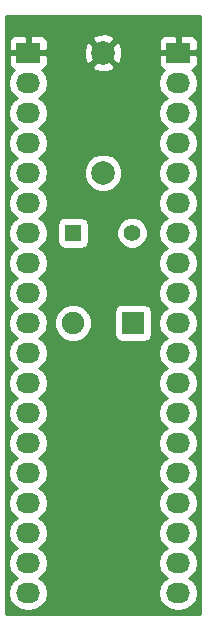
<source format=gbr>
G04 #@! TF.FileFunction,Copper,L2,Bot,Signal*
%FSLAX46Y46*%
G04 Gerber Fmt 4.6, Leading zero omitted, Abs format (unit mm)*
G04 Created by KiCad (PCBNEW 4.0.3+e1-6302~38~ubuntu16.04.1-stable) date Thu Aug 25 17:12:51 2016*
%MOMM*%
%LPD*%
G01*
G04 APERTURE LIST*
%ADD10C,0.100000*%
%ADD11C,1.998980*%
%ADD12R,1.400000X1.400000*%
%ADD13C,1.400000*%
%ADD14R,1.905000X1.905000*%
%ADD15C,1.905000*%
%ADD16R,2.032000X1.727200*%
%ADD17O,2.032000X1.727200*%
%ADD18C,0.254000*%
G04 APERTURE END LIST*
D10*
D11*
X92710000Y-73660000D03*
X92710000Y-63500000D03*
D12*
X90170000Y-78740000D03*
D13*
X95170000Y-78740000D03*
D14*
X95250000Y-86360000D03*
D15*
X90170000Y-86360000D03*
D16*
X99060000Y-63500000D03*
D17*
X99060000Y-66040000D03*
X99060000Y-68580000D03*
X99060000Y-71120000D03*
X99060000Y-73660000D03*
X99060000Y-76200000D03*
X99060000Y-78740000D03*
X99060000Y-81280000D03*
X99060000Y-83820000D03*
X99060000Y-86360000D03*
X99060000Y-88900000D03*
X99060000Y-91440000D03*
X99060000Y-93980000D03*
X99060000Y-96520000D03*
X99060000Y-99060000D03*
X99060000Y-101600000D03*
X99060000Y-104140000D03*
X99060000Y-106680000D03*
X99060000Y-109220000D03*
D16*
X86360000Y-63500000D03*
D17*
X86360000Y-66040000D03*
X86360000Y-68580000D03*
X86360000Y-71120000D03*
X86360000Y-73660000D03*
X86360000Y-76200000D03*
X86360000Y-78740000D03*
X86360000Y-81280000D03*
X86360000Y-83820000D03*
X86360000Y-86360000D03*
X86360000Y-88900000D03*
X86360000Y-91440000D03*
X86360000Y-93980000D03*
X86360000Y-96520000D03*
X86360000Y-99060000D03*
X86360000Y-101600000D03*
X86360000Y-104140000D03*
X86360000Y-106680000D03*
X86360000Y-109220000D03*
D18*
G36*
X100890000Y-111050000D02*
X84530000Y-111050000D01*
X84530000Y-66040000D01*
X84676655Y-66040000D01*
X84790729Y-66613489D01*
X85115585Y-67099670D01*
X85430366Y-67310000D01*
X85115585Y-67520330D01*
X84790729Y-68006511D01*
X84676655Y-68580000D01*
X84790729Y-69153489D01*
X85115585Y-69639670D01*
X85430366Y-69850000D01*
X85115585Y-70060330D01*
X84790729Y-70546511D01*
X84676655Y-71120000D01*
X84790729Y-71693489D01*
X85115585Y-72179670D01*
X85430366Y-72390000D01*
X85115585Y-72600330D01*
X84790729Y-73086511D01*
X84676655Y-73660000D01*
X84790729Y-74233489D01*
X85115585Y-74719670D01*
X85430366Y-74930000D01*
X85115585Y-75140330D01*
X84790729Y-75626511D01*
X84676655Y-76200000D01*
X84790729Y-76773489D01*
X85115585Y-77259670D01*
X85430366Y-77470000D01*
X85115585Y-77680330D01*
X84790729Y-78166511D01*
X84676655Y-78740000D01*
X84790729Y-79313489D01*
X85115585Y-79799670D01*
X85430366Y-80010000D01*
X85115585Y-80220330D01*
X84790729Y-80706511D01*
X84676655Y-81280000D01*
X84790729Y-81853489D01*
X85115585Y-82339670D01*
X85430366Y-82550000D01*
X85115585Y-82760330D01*
X84790729Y-83246511D01*
X84676655Y-83820000D01*
X84790729Y-84393489D01*
X85115585Y-84879670D01*
X85430366Y-85090000D01*
X85115585Y-85300330D01*
X84790729Y-85786511D01*
X84676655Y-86360000D01*
X84790729Y-86933489D01*
X85115585Y-87419670D01*
X85430366Y-87630000D01*
X85115585Y-87840330D01*
X84790729Y-88326511D01*
X84676655Y-88900000D01*
X84790729Y-89473489D01*
X85115585Y-89959670D01*
X85430366Y-90170000D01*
X85115585Y-90380330D01*
X84790729Y-90866511D01*
X84676655Y-91440000D01*
X84790729Y-92013489D01*
X85115585Y-92499670D01*
X85430366Y-92710000D01*
X85115585Y-92920330D01*
X84790729Y-93406511D01*
X84676655Y-93980000D01*
X84790729Y-94553489D01*
X85115585Y-95039670D01*
X85430366Y-95250000D01*
X85115585Y-95460330D01*
X84790729Y-95946511D01*
X84676655Y-96520000D01*
X84790729Y-97093489D01*
X85115585Y-97579670D01*
X85430366Y-97790000D01*
X85115585Y-98000330D01*
X84790729Y-98486511D01*
X84676655Y-99060000D01*
X84790729Y-99633489D01*
X85115585Y-100119670D01*
X85430366Y-100330000D01*
X85115585Y-100540330D01*
X84790729Y-101026511D01*
X84676655Y-101600000D01*
X84790729Y-102173489D01*
X85115585Y-102659670D01*
X85430366Y-102870000D01*
X85115585Y-103080330D01*
X84790729Y-103566511D01*
X84676655Y-104140000D01*
X84790729Y-104713489D01*
X85115585Y-105199670D01*
X85430366Y-105410000D01*
X85115585Y-105620330D01*
X84790729Y-106106511D01*
X84676655Y-106680000D01*
X84790729Y-107253489D01*
X85115585Y-107739670D01*
X85430366Y-107950000D01*
X85115585Y-108160330D01*
X84790729Y-108646511D01*
X84676655Y-109220000D01*
X84790729Y-109793489D01*
X85115585Y-110279670D01*
X85601766Y-110604526D01*
X86175255Y-110718600D01*
X86544745Y-110718600D01*
X87118234Y-110604526D01*
X87604415Y-110279670D01*
X87929271Y-109793489D01*
X88043345Y-109220000D01*
X87929271Y-108646511D01*
X87604415Y-108160330D01*
X87289634Y-107950000D01*
X87604415Y-107739670D01*
X87929271Y-107253489D01*
X88043345Y-106680000D01*
X87929271Y-106106511D01*
X87604415Y-105620330D01*
X87289634Y-105410000D01*
X87604415Y-105199670D01*
X87929271Y-104713489D01*
X88043345Y-104140000D01*
X87929271Y-103566511D01*
X87604415Y-103080330D01*
X87289634Y-102870000D01*
X87604415Y-102659670D01*
X87929271Y-102173489D01*
X88043345Y-101600000D01*
X87929271Y-101026511D01*
X87604415Y-100540330D01*
X87289634Y-100330000D01*
X87604415Y-100119670D01*
X87929271Y-99633489D01*
X88043345Y-99060000D01*
X87929271Y-98486511D01*
X87604415Y-98000330D01*
X87289634Y-97790000D01*
X87604415Y-97579670D01*
X87929271Y-97093489D01*
X88043345Y-96520000D01*
X87929271Y-95946511D01*
X87604415Y-95460330D01*
X87289634Y-95250000D01*
X87604415Y-95039670D01*
X87929271Y-94553489D01*
X88043345Y-93980000D01*
X87929271Y-93406511D01*
X87604415Y-92920330D01*
X87289634Y-92710000D01*
X87604415Y-92499670D01*
X87929271Y-92013489D01*
X88043345Y-91440000D01*
X87929271Y-90866511D01*
X87604415Y-90380330D01*
X87289634Y-90170000D01*
X87604415Y-89959670D01*
X87929271Y-89473489D01*
X88043345Y-88900000D01*
X87929271Y-88326511D01*
X87604415Y-87840330D01*
X87289634Y-87630000D01*
X87604415Y-87419670D01*
X87929271Y-86933489D01*
X87980809Y-86674388D01*
X88582225Y-86674388D01*
X88823398Y-87258072D01*
X89269579Y-87705032D01*
X89852841Y-87947224D01*
X90484388Y-87947775D01*
X91068072Y-87706602D01*
X91515032Y-87260421D01*
X91757224Y-86677159D01*
X91757775Y-86045612D01*
X91516602Y-85461928D01*
X91462269Y-85407500D01*
X93650060Y-85407500D01*
X93650060Y-87312500D01*
X93694338Y-87547817D01*
X93833410Y-87763941D01*
X94045610Y-87908931D01*
X94297500Y-87959940D01*
X96202500Y-87959940D01*
X96437817Y-87915662D01*
X96653941Y-87776590D01*
X96798931Y-87564390D01*
X96849940Y-87312500D01*
X96849940Y-85407500D01*
X96805662Y-85172183D01*
X96666590Y-84956059D01*
X96454390Y-84811069D01*
X96202500Y-84760060D01*
X94297500Y-84760060D01*
X94062183Y-84804338D01*
X93846059Y-84943410D01*
X93701069Y-85155610D01*
X93650060Y-85407500D01*
X91462269Y-85407500D01*
X91070421Y-85014968D01*
X90487159Y-84772776D01*
X89855612Y-84772225D01*
X89271928Y-85013398D01*
X88824968Y-85459579D01*
X88582776Y-86042841D01*
X88582225Y-86674388D01*
X87980809Y-86674388D01*
X88043345Y-86360000D01*
X87929271Y-85786511D01*
X87604415Y-85300330D01*
X87289634Y-85090000D01*
X87604415Y-84879670D01*
X87929271Y-84393489D01*
X88043345Y-83820000D01*
X87929271Y-83246511D01*
X87604415Y-82760330D01*
X87289634Y-82550000D01*
X87604415Y-82339670D01*
X87929271Y-81853489D01*
X88043345Y-81280000D01*
X87929271Y-80706511D01*
X87604415Y-80220330D01*
X87289634Y-80010000D01*
X87604415Y-79799670D01*
X87929271Y-79313489D01*
X88043345Y-78740000D01*
X87929271Y-78166511D01*
X87844739Y-78040000D01*
X88822560Y-78040000D01*
X88822560Y-79440000D01*
X88866838Y-79675317D01*
X89005910Y-79891441D01*
X89218110Y-80036431D01*
X89470000Y-80087440D01*
X90870000Y-80087440D01*
X91105317Y-80043162D01*
X91321441Y-79904090D01*
X91466431Y-79691890D01*
X91517440Y-79440000D01*
X91517440Y-79004383D01*
X93834769Y-79004383D01*
X94037582Y-79495229D01*
X94412796Y-79871098D01*
X94903287Y-80074768D01*
X95434383Y-80075231D01*
X95925229Y-79872418D01*
X96301098Y-79497204D01*
X96504768Y-79006713D01*
X96505231Y-78475617D01*
X96302418Y-77984771D01*
X95927204Y-77608902D01*
X95436713Y-77405232D01*
X94905617Y-77404769D01*
X94414771Y-77607582D01*
X94038902Y-77982796D01*
X93835232Y-78473287D01*
X93834769Y-79004383D01*
X91517440Y-79004383D01*
X91517440Y-78040000D01*
X91473162Y-77804683D01*
X91334090Y-77588559D01*
X91121890Y-77443569D01*
X90870000Y-77392560D01*
X89470000Y-77392560D01*
X89234683Y-77436838D01*
X89018559Y-77575910D01*
X88873569Y-77788110D01*
X88822560Y-78040000D01*
X87844739Y-78040000D01*
X87604415Y-77680330D01*
X87289634Y-77470000D01*
X87604415Y-77259670D01*
X87929271Y-76773489D01*
X88043345Y-76200000D01*
X87929271Y-75626511D01*
X87604415Y-75140330D01*
X87289634Y-74930000D01*
X87604415Y-74719670D01*
X87929271Y-74233489D01*
X87978958Y-73983694D01*
X91075226Y-73983694D01*
X91323538Y-74584655D01*
X91782927Y-75044846D01*
X92383453Y-75294206D01*
X93033694Y-75294774D01*
X93634655Y-75046462D01*
X94094846Y-74587073D01*
X94344206Y-73986547D01*
X94344774Y-73336306D01*
X94096462Y-72735345D01*
X93637073Y-72275154D01*
X93036547Y-72025794D01*
X92386306Y-72025226D01*
X91785345Y-72273538D01*
X91325154Y-72732927D01*
X91075794Y-73333453D01*
X91075226Y-73983694D01*
X87978958Y-73983694D01*
X88043345Y-73660000D01*
X87929271Y-73086511D01*
X87604415Y-72600330D01*
X87289634Y-72390000D01*
X87604415Y-72179670D01*
X87929271Y-71693489D01*
X88043345Y-71120000D01*
X87929271Y-70546511D01*
X87604415Y-70060330D01*
X87289634Y-69850000D01*
X87604415Y-69639670D01*
X87929271Y-69153489D01*
X88043345Y-68580000D01*
X87929271Y-68006511D01*
X87604415Y-67520330D01*
X87289634Y-67310000D01*
X87604415Y-67099670D01*
X87929271Y-66613489D01*
X88043345Y-66040000D01*
X97376655Y-66040000D01*
X97490729Y-66613489D01*
X97815585Y-67099670D01*
X98130366Y-67310000D01*
X97815585Y-67520330D01*
X97490729Y-68006511D01*
X97376655Y-68580000D01*
X97490729Y-69153489D01*
X97815585Y-69639670D01*
X98130366Y-69850000D01*
X97815585Y-70060330D01*
X97490729Y-70546511D01*
X97376655Y-71120000D01*
X97490729Y-71693489D01*
X97815585Y-72179670D01*
X98130366Y-72390000D01*
X97815585Y-72600330D01*
X97490729Y-73086511D01*
X97376655Y-73660000D01*
X97490729Y-74233489D01*
X97815585Y-74719670D01*
X98130366Y-74930000D01*
X97815585Y-75140330D01*
X97490729Y-75626511D01*
X97376655Y-76200000D01*
X97490729Y-76773489D01*
X97815585Y-77259670D01*
X98130366Y-77470000D01*
X97815585Y-77680330D01*
X97490729Y-78166511D01*
X97376655Y-78740000D01*
X97490729Y-79313489D01*
X97815585Y-79799670D01*
X98130366Y-80010000D01*
X97815585Y-80220330D01*
X97490729Y-80706511D01*
X97376655Y-81280000D01*
X97490729Y-81853489D01*
X97815585Y-82339670D01*
X98130366Y-82550000D01*
X97815585Y-82760330D01*
X97490729Y-83246511D01*
X97376655Y-83820000D01*
X97490729Y-84393489D01*
X97815585Y-84879670D01*
X98130366Y-85090000D01*
X97815585Y-85300330D01*
X97490729Y-85786511D01*
X97376655Y-86360000D01*
X97490729Y-86933489D01*
X97815585Y-87419670D01*
X98130366Y-87630000D01*
X97815585Y-87840330D01*
X97490729Y-88326511D01*
X97376655Y-88900000D01*
X97490729Y-89473489D01*
X97815585Y-89959670D01*
X98130366Y-90170000D01*
X97815585Y-90380330D01*
X97490729Y-90866511D01*
X97376655Y-91440000D01*
X97490729Y-92013489D01*
X97815585Y-92499670D01*
X98130366Y-92710000D01*
X97815585Y-92920330D01*
X97490729Y-93406511D01*
X97376655Y-93980000D01*
X97490729Y-94553489D01*
X97815585Y-95039670D01*
X98130366Y-95250000D01*
X97815585Y-95460330D01*
X97490729Y-95946511D01*
X97376655Y-96520000D01*
X97490729Y-97093489D01*
X97815585Y-97579670D01*
X98130366Y-97790000D01*
X97815585Y-98000330D01*
X97490729Y-98486511D01*
X97376655Y-99060000D01*
X97490729Y-99633489D01*
X97815585Y-100119670D01*
X98130366Y-100330000D01*
X97815585Y-100540330D01*
X97490729Y-101026511D01*
X97376655Y-101600000D01*
X97490729Y-102173489D01*
X97815585Y-102659670D01*
X98130366Y-102870000D01*
X97815585Y-103080330D01*
X97490729Y-103566511D01*
X97376655Y-104140000D01*
X97490729Y-104713489D01*
X97815585Y-105199670D01*
X98130366Y-105410000D01*
X97815585Y-105620330D01*
X97490729Y-106106511D01*
X97376655Y-106680000D01*
X97490729Y-107253489D01*
X97815585Y-107739670D01*
X98130366Y-107950000D01*
X97815585Y-108160330D01*
X97490729Y-108646511D01*
X97376655Y-109220000D01*
X97490729Y-109793489D01*
X97815585Y-110279670D01*
X98301766Y-110604526D01*
X98875255Y-110718600D01*
X99244745Y-110718600D01*
X99818234Y-110604526D01*
X100304415Y-110279670D01*
X100629271Y-109793489D01*
X100743345Y-109220000D01*
X100629271Y-108646511D01*
X100304415Y-108160330D01*
X99989634Y-107950000D01*
X100304415Y-107739670D01*
X100629271Y-107253489D01*
X100743345Y-106680000D01*
X100629271Y-106106511D01*
X100304415Y-105620330D01*
X99989634Y-105410000D01*
X100304415Y-105199670D01*
X100629271Y-104713489D01*
X100743345Y-104140000D01*
X100629271Y-103566511D01*
X100304415Y-103080330D01*
X99989634Y-102870000D01*
X100304415Y-102659670D01*
X100629271Y-102173489D01*
X100743345Y-101600000D01*
X100629271Y-101026511D01*
X100304415Y-100540330D01*
X99989634Y-100330000D01*
X100304415Y-100119670D01*
X100629271Y-99633489D01*
X100743345Y-99060000D01*
X100629271Y-98486511D01*
X100304415Y-98000330D01*
X99989634Y-97790000D01*
X100304415Y-97579670D01*
X100629271Y-97093489D01*
X100743345Y-96520000D01*
X100629271Y-95946511D01*
X100304415Y-95460330D01*
X99989634Y-95250000D01*
X100304415Y-95039670D01*
X100629271Y-94553489D01*
X100743345Y-93980000D01*
X100629271Y-93406511D01*
X100304415Y-92920330D01*
X99989634Y-92710000D01*
X100304415Y-92499670D01*
X100629271Y-92013489D01*
X100743345Y-91440000D01*
X100629271Y-90866511D01*
X100304415Y-90380330D01*
X99989634Y-90170000D01*
X100304415Y-89959670D01*
X100629271Y-89473489D01*
X100743345Y-88900000D01*
X100629271Y-88326511D01*
X100304415Y-87840330D01*
X99989634Y-87630000D01*
X100304415Y-87419670D01*
X100629271Y-86933489D01*
X100743345Y-86360000D01*
X100629271Y-85786511D01*
X100304415Y-85300330D01*
X99989634Y-85090000D01*
X100304415Y-84879670D01*
X100629271Y-84393489D01*
X100743345Y-83820000D01*
X100629271Y-83246511D01*
X100304415Y-82760330D01*
X99989634Y-82550000D01*
X100304415Y-82339670D01*
X100629271Y-81853489D01*
X100743345Y-81280000D01*
X100629271Y-80706511D01*
X100304415Y-80220330D01*
X99989634Y-80010000D01*
X100304415Y-79799670D01*
X100629271Y-79313489D01*
X100743345Y-78740000D01*
X100629271Y-78166511D01*
X100304415Y-77680330D01*
X99989634Y-77470000D01*
X100304415Y-77259670D01*
X100629271Y-76773489D01*
X100743345Y-76200000D01*
X100629271Y-75626511D01*
X100304415Y-75140330D01*
X99989634Y-74930000D01*
X100304415Y-74719670D01*
X100629271Y-74233489D01*
X100743345Y-73660000D01*
X100629271Y-73086511D01*
X100304415Y-72600330D01*
X99989634Y-72390000D01*
X100304415Y-72179670D01*
X100629271Y-71693489D01*
X100743345Y-71120000D01*
X100629271Y-70546511D01*
X100304415Y-70060330D01*
X99989634Y-69850000D01*
X100304415Y-69639670D01*
X100629271Y-69153489D01*
X100743345Y-68580000D01*
X100629271Y-68006511D01*
X100304415Y-67520330D01*
X99989634Y-67310000D01*
X100304415Y-67099670D01*
X100629271Y-66613489D01*
X100743345Y-66040000D01*
X100629271Y-65466511D01*
X100304415Y-64980330D01*
X100282220Y-64965500D01*
X100435699Y-64901927D01*
X100614327Y-64723298D01*
X100711000Y-64489909D01*
X100711000Y-63785750D01*
X100552250Y-63627000D01*
X99187000Y-63627000D01*
X99187000Y-63647000D01*
X98933000Y-63647000D01*
X98933000Y-63627000D01*
X97567750Y-63627000D01*
X97409000Y-63785750D01*
X97409000Y-64489909D01*
X97505673Y-64723298D01*
X97684301Y-64901927D01*
X97837780Y-64965500D01*
X97815585Y-64980330D01*
X97490729Y-65466511D01*
X97376655Y-66040000D01*
X88043345Y-66040000D01*
X87929271Y-65466511D01*
X87604415Y-64980330D01*
X87582220Y-64965500D01*
X87735699Y-64901927D01*
X87914327Y-64723298D01*
X87943792Y-64652163D01*
X91737443Y-64652163D01*
X91836042Y-64918965D01*
X92445582Y-65145401D01*
X93095377Y-65121341D01*
X93583958Y-64918965D01*
X93682557Y-64652163D01*
X92710000Y-63679605D01*
X91737443Y-64652163D01*
X87943792Y-64652163D01*
X88011000Y-64489909D01*
X88011000Y-63785750D01*
X87852250Y-63627000D01*
X86487000Y-63627000D01*
X86487000Y-63647000D01*
X86233000Y-63647000D01*
X86233000Y-63627000D01*
X84867750Y-63627000D01*
X84709000Y-63785750D01*
X84709000Y-64489909D01*
X84805673Y-64723298D01*
X84984301Y-64901927D01*
X85137780Y-64965500D01*
X85115585Y-64980330D01*
X84790729Y-65466511D01*
X84676655Y-66040000D01*
X84530000Y-66040000D01*
X84530000Y-62510091D01*
X84709000Y-62510091D01*
X84709000Y-63214250D01*
X84867750Y-63373000D01*
X86233000Y-63373000D01*
X86233000Y-62160150D01*
X86487000Y-62160150D01*
X86487000Y-63373000D01*
X87852250Y-63373000D01*
X87989668Y-63235582D01*
X91064599Y-63235582D01*
X91088659Y-63885377D01*
X91291035Y-64373958D01*
X91557837Y-64472557D01*
X92530395Y-63500000D01*
X92889605Y-63500000D01*
X93862163Y-64472557D01*
X94128965Y-64373958D01*
X94355401Y-63764418D01*
X94331341Y-63114623D01*
X94128965Y-62626042D01*
X93862163Y-62527443D01*
X92889605Y-63500000D01*
X92530395Y-63500000D01*
X91557837Y-62527443D01*
X91291035Y-62626042D01*
X91064599Y-63235582D01*
X87989668Y-63235582D01*
X88011000Y-63214250D01*
X88011000Y-62510091D01*
X87943793Y-62347837D01*
X91737443Y-62347837D01*
X92710000Y-63320395D01*
X93520303Y-62510091D01*
X97409000Y-62510091D01*
X97409000Y-63214250D01*
X97567750Y-63373000D01*
X98933000Y-63373000D01*
X98933000Y-62160150D01*
X99187000Y-62160150D01*
X99187000Y-63373000D01*
X100552250Y-63373000D01*
X100711000Y-63214250D01*
X100711000Y-62510091D01*
X100614327Y-62276702D01*
X100435699Y-62098073D01*
X100202310Y-62001400D01*
X99345750Y-62001400D01*
X99187000Y-62160150D01*
X98933000Y-62160150D01*
X98774250Y-62001400D01*
X97917690Y-62001400D01*
X97684301Y-62098073D01*
X97505673Y-62276702D01*
X97409000Y-62510091D01*
X93520303Y-62510091D01*
X93682557Y-62347837D01*
X93583958Y-62081035D01*
X92974418Y-61854599D01*
X92324623Y-61878659D01*
X91836042Y-62081035D01*
X91737443Y-62347837D01*
X87943793Y-62347837D01*
X87914327Y-62276702D01*
X87735699Y-62098073D01*
X87502310Y-62001400D01*
X86645750Y-62001400D01*
X86487000Y-62160150D01*
X86233000Y-62160150D01*
X86074250Y-62001400D01*
X85217690Y-62001400D01*
X84984301Y-62098073D01*
X84805673Y-62276702D01*
X84709000Y-62510091D01*
X84530000Y-62510091D01*
X84530000Y-60400000D01*
X100890000Y-60400000D01*
X100890000Y-111050000D01*
X100890000Y-111050000D01*
G37*
X100890000Y-111050000D02*
X84530000Y-111050000D01*
X84530000Y-66040000D01*
X84676655Y-66040000D01*
X84790729Y-66613489D01*
X85115585Y-67099670D01*
X85430366Y-67310000D01*
X85115585Y-67520330D01*
X84790729Y-68006511D01*
X84676655Y-68580000D01*
X84790729Y-69153489D01*
X85115585Y-69639670D01*
X85430366Y-69850000D01*
X85115585Y-70060330D01*
X84790729Y-70546511D01*
X84676655Y-71120000D01*
X84790729Y-71693489D01*
X85115585Y-72179670D01*
X85430366Y-72390000D01*
X85115585Y-72600330D01*
X84790729Y-73086511D01*
X84676655Y-73660000D01*
X84790729Y-74233489D01*
X85115585Y-74719670D01*
X85430366Y-74930000D01*
X85115585Y-75140330D01*
X84790729Y-75626511D01*
X84676655Y-76200000D01*
X84790729Y-76773489D01*
X85115585Y-77259670D01*
X85430366Y-77470000D01*
X85115585Y-77680330D01*
X84790729Y-78166511D01*
X84676655Y-78740000D01*
X84790729Y-79313489D01*
X85115585Y-79799670D01*
X85430366Y-80010000D01*
X85115585Y-80220330D01*
X84790729Y-80706511D01*
X84676655Y-81280000D01*
X84790729Y-81853489D01*
X85115585Y-82339670D01*
X85430366Y-82550000D01*
X85115585Y-82760330D01*
X84790729Y-83246511D01*
X84676655Y-83820000D01*
X84790729Y-84393489D01*
X85115585Y-84879670D01*
X85430366Y-85090000D01*
X85115585Y-85300330D01*
X84790729Y-85786511D01*
X84676655Y-86360000D01*
X84790729Y-86933489D01*
X85115585Y-87419670D01*
X85430366Y-87630000D01*
X85115585Y-87840330D01*
X84790729Y-88326511D01*
X84676655Y-88900000D01*
X84790729Y-89473489D01*
X85115585Y-89959670D01*
X85430366Y-90170000D01*
X85115585Y-90380330D01*
X84790729Y-90866511D01*
X84676655Y-91440000D01*
X84790729Y-92013489D01*
X85115585Y-92499670D01*
X85430366Y-92710000D01*
X85115585Y-92920330D01*
X84790729Y-93406511D01*
X84676655Y-93980000D01*
X84790729Y-94553489D01*
X85115585Y-95039670D01*
X85430366Y-95250000D01*
X85115585Y-95460330D01*
X84790729Y-95946511D01*
X84676655Y-96520000D01*
X84790729Y-97093489D01*
X85115585Y-97579670D01*
X85430366Y-97790000D01*
X85115585Y-98000330D01*
X84790729Y-98486511D01*
X84676655Y-99060000D01*
X84790729Y-99633489D01*
X85115585Y-100119670D01*
X85430366Y-100330000D01*
X85115585Y-100540330D01*
X84790729Y-101026511D01*
X84676655Y-101600000D01*
X84790729Y-102173489D01*
X85115585Y-102659670D01*
X85430366Y-102870000D01*
X85115585Y-103080330D01*
X84790729Y-103566511D01*
X84676655Y-104140000D01*
X84790729Y-104713489D01*
X85115585Y-105199670D01*
X85430366Y-105410000D01*
X85115585Y-105620330D01*
X84790729Y-106106511D01*
X84676655Y-106680000D01*
X84790729Y-107253489D01*
X85115585Y-107739670D01*
X85430366Y-107950000D01*
X85115585Y-108160330D01*
X84790729Y-108646511D01*
X84676655Y-109220000D01*
X84790729Y-109793489D01*
X85115585Y-110279670D01*
X85601766Y-110604526D01*
X86175255Y-110718600D01*
X86544745Y-110718600D01*
X87118234Y-110604526D01*
X87604415Y-110279670D01*
X87929271Y-109793489D01*
X88043345Y-109220000D01*
X87929271Y-108646511D01*
X87604415Y-108160330D01*
X87289634Y-107950000D01*
X87604415Y-107739670D01*
X87929271Y-107253489D01*
X88043345Y-106680000D01*
X87929271Y-106106511D01*
X87604415Y-105620330D01*
X87289634Y-105410000D01*
X87604415Y-105199670D01*
X87929271Y-104713489D01*
X88043345Y-104140000D01*
X87929271Y-103566511D01*
X87604415Y-103080330D01*
X87289634Y-102870000D01*
X87604415Y-102659670D01*
X87929271Y-102173489D01*
X88043345Y-101600000D01*
X87929271Y-101026511D01*
X87604415Y-100540330D01*
X87289634Y-100330000D01*
X87604415Y-100119670D01*
X87929271Y-99633489D01*
X88043345Y-99060000D01*
X87929271Y-98486511D01*
X87604415Y-98000330D01*
X87289634Y-97790000D01*
X87604415Y-97579670D01*
X87929271Y-97093489D01*
X88043345Y-96520000D01*
X87929271Y-95946511D01*
X87604415Y-95460330D01*
X87289634Y-95250000D01*
X87604415Y-95039670D01*
X87929271Y-94553489D01*
X88043345Y-93980000D01*
X87929271Y-93406511D01*
X87604415Y-92920330D01*
X87289634Y-92710000D01*
X87604415Y-92499670D01*
X87929271Y-92013489D01*
X88043345Y-91440000D01*
X87929271Y-90866511D01*
X87604415Y-90380330D01*
X87289634Y-90170000D01*
X87604415Y-89959670D01*
X87929271Y-89473489D01*
X88043345Y-88900000D01*
X87929271Y-88326511D01*
X87604415Y-87840330D01*
X87289634Y-87630000D01*
X87604415Y-87419670D01*
X87929271Y-86933489D01*
X87980809Y-86674388D01*
X88582225Y-86674388D01*
X88823398Y-87258072D01*
X89269579Y-87705032D01*
X89852841Y-87947224D01*
X90484388Y-87947775D01*
X91068072Y-87706602D01*
X91515032Y-87260421D01*
X91757224Y-86677159D01*
X91757775Y-86045612D01*
X91516602Y-85461928D01*
X91462269Y-85407500D01*
X93650060Y-85407500D01*
X93650060Y-87312500D01*
X93694338Y-87547817D01*
X93833410Y-87763941D01*
X94045610Y-87908931D01*
X94297500Y-87959940D01*
X96202500Y-87959940D01*
X96437817Y-87915662D01*
X96653941Y-87776590D01*
X96798931Y-87564390D01*
X96849940Y-87312500D01*
X96849940Y-85407500D01*
X96805662Y-85172183D01*
X96666590Y-84956059D01*
X96454390Y-84811069D01*
X96202500Y-84760060D01*
X94297500Y-84760060D01*
X94062183Y-84804338D01*
X93846059Y-84943410D01*
X93701069Y-85155610D01*
X93650060Y-85407500D01*
X91462269Y-85407500D01*
X91070421Y-85014968D01*
X90487159Y-84772776D01*
X89855612Y-84772225D01*
X89271928Y-85013398D01*
X88824968Y-85459579D01*
X88582776Y-86042841D01*
X88582225Y-86674388D01*
X87980809Y-86674388D01*
X88043345Y-86360000D01*
X87929271Y-85786511D01*
X87604415Y-85300330D01*
X87289634Y-85090000D01*
X87604415Y-84879670D01*
X87929271Y-84393489D01*
X88043345Y-83820000D01*
X87929271Y-83246511D01*
X87604415Y-82760330D01*
X87289634Y-82550000D01*
X87604415Y-82339670D01*
X87929271Y-81853489D01*
X88043345Y-81280000D01*
X87929271Y-80706511D01*
X87604415Y-80220330D01*
X87289634Y-80010000D01*
X87604415Y-79799670D01*
X87929271Y-79313489D01*
X88043345Y-78740000D01*
X87929271Y-78166511D01*
X87844739Y-78040000D01*
X88822560Y-78040000D01*
X88822560Y-79440000D01*
X88866838Y-79675317D01*
X89005910Y-79891441D01*
X89218110Y-80036431D01*
X89470000Y-80087440D01*
X90870000Y-80087440D01*
X91105317Y-80043162D01*
X91321441Y-79904090D01*
X91466431Y-79691890D01*
X91517440Y-79440000D01*
X91517440Y-79004383D01*
X93834769Y-79004383D01*
X94037582Y-79495229D01*
X94412796Y-79871098D01*
X94903287Y-80074768D01*
X95434383Y-80075231D01*
X95925229Y-79872418D01*
X96301098Y-79497204D01*
X96504768Y-79006713D01*
X96505231Y-78475617D01*
X96302418Y-77984771D01*
X95927204Y-77608902D01*
X95436713Y-77405232D01*
X94905617Y-77404769D01*
X94414771Y-77607582D01*
X94038902Y-77982796D01*
X93835232Y-78473287D01*
X93834769Y-79004383D01*
X91517440Y-79004383D01*
X91517440Y-78040000D01*
X91473162Y-77804683D01*
X91334090Y-77588559D01*
X91121890Y-77443569D01*
X90870000Y-77392560D01*
X89470000Y-77392560D01*
X89234683Y-77436838D01*
X89018559Y-77575910D01*
X88873569Y-77788110D01*
X88822560Y-78040000D01*
X87844739Y-78040000D01*
X87604415Y-77680330D01*
X87289634Y-77470000D01*
X87604415Y-77259670D01*
X87929271Y-76773489D01*
X88043345Y-76200000D01*
X87929271Y-75626511D01*
X87604415Y-75140330D01*
X87289634Y-74930000D01*
X87604415Y-74719670D01*
X87929271Y-74233489D01*
X87978958Y-73983694D01*
X91075226Y-73983694D01*
X91323538Y-74584655D01*
X91782927Y-75044846D01*
X92383453Y-75294206D01*
X93033694Y-75294774D01*
X93634655Y-75046462D01*
X94094846Y-74587073D01*
X94344206Y-73986547D01*
X94344774Y-73336306D01*
X94096462Y-72735345D01*
X93637073Y-72275154D01*
X93036547Y-72025794D01*
X92386306Y-72025226D01*
X91785345Y-72273538D01*
X91325154Y-72732927D01*
X91075794Y-73333453D01*
X91075226Y-73983694D01*
X87978958Y-73983694D01*
X88043345Y-73660000D01*
X87929271Y-73086511D01*
X87604415Y-72600330D01*
X87289634Y-72390000D01*
X87604415Y-72179670D01*
X87929271Y-71693489D01*
X88043345Y-71120000D01*
X87929271Y-70546511D01*
X87604415Y-70060330D01*
X87289634Y-69850000D01*
X87604415Y-69639670D01*
X87929271Y-69153489D01*
X88043345Y-68580000D01*
X87929271Y-68006511D01*
X87604415Y-67520330D01*
X87289634Y-67310000D01*
X87604415Y-67099670D01*
X87929271Y-66613489D01*
X88043345Y-66040000D01*
X97376655Y-66040000D01*
X97490729Y-66613489D01*
X97815585Y-67099670D01*
X98130366Y-67310000D01*
X97815585Y-67520330D01*
X97490729Y-68006511D01*
X97376655Y-68580000D01*
X97490729Y-69153489D01*
X97815585Y-69639670D01*
X98130366Y-69850000D01*
X97815585Y-70060330D01*
X97490729Y-70546511D01*
X97376655Y-71120000D01*
X97490729Y-71693489D01*
X97815585Y-72179670D01*
X98130366Y-72390000D01*
X97815585Y-72600330D01*
X97490729Y-73086511D01*
X97376655Y-73660000D01*
X97490729Y-74233489D01*
X97815585Y-74719670D01*
X98130366Y-74930000D01*
X97815585Y-75140330D01*
X97490729Y-75626511D01*
X97376655Y-76200000D01*
X97490729Y-76773489D01*
X97815585Y-77259670D01*
X98130366Y-77470000D01*
X97815585Y-77680330D01*
X97490729Y-78166511D01*
X97376655Y-78740000D01*
X97490729Y-79313489D01*
X97815585Y-79799670D01*
X98130366Y-80010000D01*
X97815585Y-80220330D01*
X97490729Y-80706511D01*
X97376655Y-81280000D01*
X97490729Y-81853489D01*
X97815585Y-82339670D01*
X98130366Y-82550000D01*
X97815585Y-82760330D01*
X97490729Y-83246511D01*
X97376655Y-83820000D01*
X97490729Y-84393489D01*
X97815585Y-84879670D01*
X98130366Y-85090000D01*
X97815585Y-85300330D01*
X97490729Y-85786511D01*
X97376655Y-86360000D01*
X97490729Y-86933489D01*
X97815585Y-87419670D01*
X98130366Y-87630000D01*
X97815585Y-87840330D01*
X97490729Y-88326511D01*
X97376655Y-88900000D01*
X97490729Y-89473489D01*
X97815585Y-89959670D01*
X98130366Y-90170000D01*
X97815585Y-90380330D01*
X97490729Y-90866511D01*
X97376655Y-91440000D01*
X97490729Y-92013489D01*
X97815585Y-92499670D01*
X98130366Y-92710000D01*
X97815585Y-92920330D01*
X97490729Y-93406511D01*
X97376655Y-93980000D01*
X97490729Y-94553489D01*
X97815585Y-95039670D01*
X98130366Y-95250000D01*
X97815585Y-95460330D01*
X97490729Y-95946511D01*
X97376655Y-96520000D01*
X97490729Y-97093489D01*
X97815585Y-97579670D01*
X98130366Y-97790000D01*
X97815585Y-98000330D01*
X97490729Y-98486511D01*
X97376655Y-99060000D01*
X97490729Y-99633489D01*
X97815585Y-100119670D01*
X98130366Y-100330000D01*
X97815585Y-100540330D01*
X97490729Y-101026511D01*
X97376655Y-101600000D01*
X97490729Y-102173489D01*
X97815585Y-102659670D01*
X98130366Y-102870000D01*
X97815585Y-103080330D01*
X97490729Y-103566511D01*
X97376655Y-104140000D01*
X97490729Y-104713489D01*
X97815585Y-105199670D01*
X98130366Y-105410000D01*
X97815585Y-105620330D01*
X97490729Y-106106511D01*
X97376655Y-106680000D01*
X97490729Y-107253489D01*
X97815585Y-107739670D01*
X98130366Y-107950000D01*
X97815585Y-108160330D01*
X97490729Y-108646511D01*
X97376655Y-109220000D01*
X97490729Y-109793489D01*
X97815585Y-110279670D01*
X98301766Y-110604526D01*
X98875255Y-110718600D01*
X99244745Y-110718600D01*
X99818234Y-110604526D01*
X100304415Y-110279670D01*
X100629271Y-109793489D01*
X100743345Y-109220000D01*
X100629271Y-108646511D01*
X100304415Y-108160330D01*
X99989634Y-107950000D01*
X100304415Y-107739670D01*
X100629271Y-107253489D01*
X100743345Y-106680000D01*
X100629271Y-106106511D01*
X100304415Y-105620330D01*
X99989634Y-105410000D01*
X100304415Y-105199670D01*
X100629271Y-104713489D01*
X100743345Y-104140000D01*
X100629271Y-103566511D01*
X100304415Y-103080330D01*
X99989634Y-102870000D01*
X100304415Y-102659670D01*
X100629271Y-102173489D01*
X100743345Y-101600000D01*
X100629271Y-101026511D01*
X100304415Y-100540330D01*
X99989634Y-100330000D01*
X100304415Y-100119670D01*
X100629271Y-99633489D01*
X100743345Y-99060000D01*
X100629271Y-98486511D01*
X100304415Y-98000330D01*
X99989634Y-97790000D01*
X100304415Y-97579670D01*
X100629271Y-97093489D01*
X100743345Y-96520000D01*
X100629271Y-95946511D01*
X100304415Y-95460330D01*
X99989634Y-95250000D01*
X100304415Y-95039670D01*
X100629271Y-94553489D01*
X100743345Y-93980000D01*
X100629271Y-93406511D01*
X100304415Y-92920330D01*
X99989634Y-92710000D01*
X100304415Y-92499670D01*
X100629271Y-92013489D01*
X100743345Y-91440000D01*
X100629271Y-90866511D01*
X100304415Y-90380330D01*
X99989634Y-90170000D01*
X100304415Y-89959670D01*
X100629271Y-89473489D01*
X100743345Y-88900000D01*
X100629271Y-88326511D01*
X100304415Y-87840330D01*
X99989634Y-87630000D01*
X100304415Y-87419670D01*
X100629271Y-86933489D01*
X100743345Y-86360000D01*
X100629271Y-85786511D01*
X100304415Y-85300330D01*
X99989634Y-85090000D01*
X100304415Y-84879670D01*
X100629271Y-84393489D01*
X100743345Y-83820000D01*
X100629271Y-83246511D01*
X100304415Y-82760330D01*
X99989634Y-82550000D01*
X100304415Y-82339670D01*
X100629271Y-81853489D01*
X100743345Y-81280000D01*
X100629271Y-80706511D01*
X100304415Y-80220330D01*
X99989634Y-80010000D01*
X100304415Y-79799670D01*
X100629271Y-79313489D01*
X100743345Y-78740000D01*
X100629271Y-78166511D01*
X100304415Y-77680330D01*
X99989634Y-77470000D01*
X100304415Y-77259670D01*
X100629271Y-76773489D01*
X100743345Y-76200000D01*
X100629271Y-75626511D01*
X100304415Y-75140330D01*
X99989634Y-74930000D01*
X100304415Y-74719670D01*
X100629271Y-74233489D01*
X100743345Y-73660000D01*
X100629271Y-73086511D01*
X100304415Y-72600330D01*
X99989634Y-72390000D01*
X100304415Y-72179670D01*
X100629271Y-71693489D01*
X100743345Y-71120000D01*
X100629271Y-70546511D01*
X100304415Y-70060330D01*
X99989634Y-69850000D01*
X100304415Y-69639670D01*
X100629271Y-69153489D01*
X100743345Y-68580000D01*
X100629271Y-68006511D01*
X100304415Y-67520330D01*
X99989634Y-67310000D01*
X100304415Y-67099670D01*
X100629271Y-66613489D01*
X100743345Y-66040000D01*
X100629271Y-65466511D01*
X100304415Y-64980330D01*
X100282220Y-64965500D01*
X100435699Y-64901927D01*
X100614327Y-64723298D01*
X100711000Y-64489909D01*
X100711000Y-63785750D01*
X100552250Y-63627000D01*
X99187000Y-63627000D01*
X99187000Y-63647000D01*
X98933000Y-63647000D01*
X98933000Y-63627000D01*
X97567750Y-63627000D01*
X97409000Y-63785750D01*
X97409000Y-64489909D01*
X97505673Y-64723298D01*
X97684301Y-64901927D01*
X97837780Y-64965500D01*
X97815585Y-64980330D01*
X97490729Y-65466511D01*
X97376655Y-66040000D01*
X88043345Y-66040000D01*
X87929271Y-65466511D01*
X87604415Y-64980330D01*
X87582220Y-64965500D01*
X87735699Y-64901927D01*
X87914327Y-64723298D01*
X87943792Y-64652163D01*
X91737443Y-64652163D01*
X91836042Y-64918965D01*
X92445582Y-65145401D01*
X93095377Y-65121341D01*
X93583958Y-64918965D01*
X93682557Y-64652163D01*
X92710000Y-63679605D01*
X91737443Y-64652163D01*
X87943792Y-64652163D01*
X88011000Y-64489909D01*
X88011000Y-63785750D01*
X87852250Y-63627000D01*
X86487000Y-63627000D01*
X86487000Y-63647000D01*
X86233000Y-63647000D01*
X86233000Y-63627000D01*
X84867750Y-63627000D01*
X84709000Y-63785750D01*
X84709000Y-64489909D01*
X84805673Y-64723298D01*
X84984301Y-64901927D01*
X85137780Y-64965500D01*
X85115585Y-64980330D01*
X84790729Y-65466511D01*
X84676655Y-66040000D01*
X84530000Y-66040000D01*
X84530000Y-62510091D01*
X84709000Y-62510091D01*
X84709000Y-63214250D01*
X84867750Y-63373000D01*
X86233000Y-63373000D01*
X86233000Y-62160150D01*
X86487000Y-62160150D01*
X86487000Y-63373000D01*
X87852250Y-63373000D01*
X87989668Y-63235582D01*
X91064599Y-63235582D01*
X91088659Y-63885377D01*
X91291035Y-64373958D01*
X91557837Y-64472557D01*
X92530395Y-63500000D01*
X92889605Y-63500000D01*
X93862163Y-64472557D01*
X94128965Y-64373958D01*
X94355401Y-63764418D01*
X94331341Y-63114623D01*
X94128965Y-62626042D01*
X93862163Y-62527443D01*
X92889605Y-63500000D01*
X92530395Y-63500000D01*
X91557837Y-62527443D01*
X91291035Y-62626042D01*
X91064599Y-63235582D01*
X87989668Y-63235582D01*
X88011000Y-63214250D01*
X88011000Y-62510091D01*
X87943793Y-62347837D01*
X91737443Y-62347837D01*
X92710000Y-63320395D01*
X93520303Y-62510091D01*
X97409000Y-62510091D01*
X97409000Y-63214250D01*
X97567750Y-63373000D01*
X98933000Y-63373000D01*
X98933000Y-62160150D01*
X99187000Y-62160150D01*
X99187000Y-63373000D01*
X100552250Y-63373000D01*
X100711000Y-63214250D01*
X100711000Y-62510091D01*
X100614327Y-62276702D01*
X100435699Y-62098073D01*
X100202310Y-62001400D01*
X99345750Y-62001400D01*
X99187000Y-62160150D01*
X98933000Y-62160150D01*
X98774250Y-62001400D01*
X97917690Y-62001400D01*
X97684301Y-62098073D01*
X97505673Y-62276702D01*
X97409000Y-62510091D01*
X93520303Y-62510091D01*
X93682557Y-62347837D01*
X93583958Y-62081035D01*
X92974418Y-61854599D01*
X92324623Y-61878659D01*
X91836042Y-62081035D01*
X91737443Y-62347837D01*
X87943793Y-62347837D01*
X87914327Y-62276702D01*
X87735699Y-62098073D01*
X87502310Y-62001400D01*
X86645750Y-62001400D01*
X86487000Y-62160150D01*
X86233000Y-62160150D01*
X86074250Y-62001400D01*
X85217690Y-62001400D01*
X84984301Y-62098073D01*
X84805673Y-62276702D01*
X84709000Y-62510091D01*
X84530000Y-62510091D01*
X84530000Y-60400000D01*
X100890000Y-60400000D01*
X100890000Y-111050000D01*
M02*

</source>
